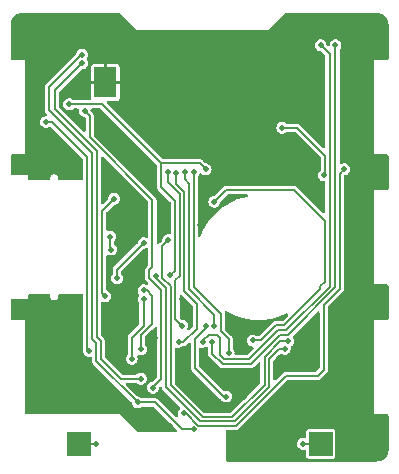
<source format=gbr>
%TF.GenerationSoftware,KiCad,Pcbnew,7.0.1*%
%TF.CreationDate,2024-08-17T13:05:23+01:00*%
%TF.ProjectId,Hardware,48617264-7761-4726-952e-6b696361645f,rev?*%
%TF.SameCoordinates,Original*%
%TF.FileFunction,Copper,L1,Top*%
%TF.FilePolarity,Positive*%
%FSLAX46Y46*%
G04 Gerber Fmt 4.6, Leading zero omitted, Abs format (unit mm)*
G04 Created by KiCad (PCBNEW 7.0.1) date 2024-08-17 13:05:23*
%MOMM*%
%LPD*%
G01*
G04 APERTURE LIST*
%TA.AperFunction,SMDPad,CuDef*%
%ADD10R,2.000000X2.000000*%
%TD*%
%TA.AperFunction,ComponentPad*%
%ADD11C,0.600000*%
%TD*%
%TA.AperFunction,SMDPad,CuDef*%
%ADD12R,1.950000X2.600000*%
%TD*%
%TA.AperFunction,ViaPad*%
%ADD13C,0.500000*%
%TD*%
%TA.AperFunction,Conductor*%
%ADD14C,0.200000*%
%TD*%
G04 APERTURE END LIST*
D10*
%TO.P,J7,1,Pin_1*%
%TO.N,Net-(J7-Pin_1)*%
X123500000Y-104500000D03*
%TD*%
%TO.P,J6,1,Pin_1*%
%TO.N,+3V3*%
X103000000Y-104500000D03*
%TD*%
D11*
%TO.P,U3,13,PAD*%
%TO.N,GND*%
X105750000Y-73000000D03*
X104750000Y-73000000D03*
X105750000Y-73900000D03*
D12*
X105250000Y-73900000D03*
D11*
X104750000Y-73900000D03*
X105750000Y-74800000D03*
X104750000Y-74800000D03*
%TD*%
D13*
%TO.N,+3V3*%
X113750000Y-81250000D03*
X104500000Y-104500000D03*
X110775000Y-90205000D03*
X102200500Y-75750000D03*
%TO.N,GND*%
X110250000Y-86000000D03*
X107250000Y-85250000D03*
X124500000Y-93000000D03*
X127549502Y-100000000D03*
X108500000Y-77000000D03*
X121000000Y-73500000D03*
X123750000Y-100000000D03*
X110250000Y-73750000D03*
X108500000Y-74500000D03*
X100250000Y-94000000D03*
X112750000Y-77000000D03*
X117250000Y-104750000D03*
X116500000Y-77250000D03*
X114250000Y-77500000D03*
X121500000Y-95500000D03*
X107750000Y-76000000D03*
X103000000Y-80750000D03*
X119000000Y-74500000D03*
X110750000Y-71500000D03*
X110750000Y-74750000D03*
X100750000Y-96750000D03*
X119500000Y-104750000D03*
X121250000Y-96500000D03*
X102500000Y-99000000D03*
X127500000Y-80250000D03*
X125750000Y-83000000D03*
X125750000Y-98000000D03*
X100750000Y-71750000D03*
X115500000Y-99750000D03*
X121000000Y-104750000D03*
X113500000Y-83250000D03*
X109000000Y-73250000D03*
X109250000Y-71750000D03*
X126500000Y-94000000D03*
X125750000Y-88250000D03*
X125500000Y-104000000D03*
X107250000Y-81000000D03*
X118000000Y-104750000D03*
X107250000Y-69250000D03*
X113250000Y-70500000D03*
X119500000Y-104000000D03*
X127750000Y-101250000D03*
X104500000Y-70250000D03*
X126000000Y-93250000D03*
X116250000Y-104000000D03*
X126000000Y-77250000D03*
X108500000Y-70250000D03*
X125750000Y-75750000D03*
X127500000Y-94000000D03*
X120250000Y-80750000D03*
X118750000Y-104000000D03*
X105750000Y-91000000D03*
X113250000Y-74000000D03*
X121500000Y-68250000D03*
X108750000Y-82000000D03*
X117750000Y-72500000D03*
X107000000Y-73500000D03*
X111500000Y-78750000D03*
X105250000Y-81000000D03*
X127250000Y-81750000D03*
X125857000Y-72136000D03*
X123000000Y-97000000D03*
X102799500Y-76763556D03*
X115250000Y-70250000D03*
X110250000Y-79500000D03*
X125250000Y-94000000D03*
X117250000Y-95250000D03*
X105500000Y-100750000D03*
X108500000Y-88750000D03*
X128250000Y-81000000D03*
X106500000Y-88000000D03*
X99000000Y-81500000D03*
X127000000Y-83000000D03*
X126750000Y-102500000D03*
X101000000Y-98750000D03*
X116000000Y-79250000D03*
X103500000Y-101250000D03*
X115000000Y-78250000D03*
X107000000Y-74250000D03*
X123250000Y-102500000D03*
X118500000Y-80000000D03*
X121750000Y-74250000D03*
X108000000Y-73750000D03*
X103500000Y-73500000D03*
X121000000Y-105500000D03*
X122000000Y-73250000D03*
X116250000Y-74500000D03*
X125750000Y-80000000D03*
X128250000Y-82250000D03*
X113299500Y-86000000D03*
X114750000Y-74250000D03*
X109250000Y-81500000D03*
X113750000Y-79000000D03*
X105500000Y-95000000D03*
X122000000Y-102250000D03*
X107500000Y-75000000D03*
X121750000Y-103250000D03*
X109750000Y-77000000D03*
X103000000Y-81750000D03*
X123250000Y-101250000D03*
X127381000Y-72136000D03*
X107250000Y-79000000D03*
X115750000Y-75500000D03*
X126000000Y-68250000D03*
X109500000Y-75750000D03*
X109750000Y-74750000D03*
X108500000Y-89500000D03*
X117000000Y-70500000D03*
X112500000Y-78250000D03*
X115750000Y-71750000D03*
X119500000Y-105500000D03*
X109250000Y-102750000D03*
X106500000Y-92750000D03*
X128000000Y-92000000D03*
X117250000Y-105500000D03*
X103000000Y-100750000D03*
X110000000Y-70250000D03*
X97750000Y-80750000D03*
X121285000Y-71501000D03*
X102750000Y-96500000D03*
X110000000Y-72500000D03*
X120250000Y-104000000D03*
X113250000Y-75500000D03*
X119250000Y-73000000D03*
X123250000Y-73000000D03*
X123000000Y-99500000D03*
X125250000Y-97000000D03*
X126750000Y-104000000D03*
X118000000Y-105500000D03*
X121500000Y-81000000D03*
X107500000Y-83000000D03*
X121000000Y-99500000D03*
X121000000Y-100500000D03*
X117750000Y-74000000D03*
X111500000Y-70000000D03*
X124500000Y-98000000D03*
X117500000Y-75500000D03*
X118500000Y-70250000D03*
X123500000Y-74000000D03*
X112000000Y-74250000D03*
X128000000Y-104000000D03*
X124500000Y-68250000D03*
X103250000Y-77500000D03*
X119750500Y-101250000D03*
X119750000Y-102000000D03*
X115750000Y-83750000D03*
X99750000Y-71750000D03*
X117000000Y-100500000D03*
X122500000Y-72250000D03*
X114250000Y-71500000D03*
X97750000Y-93250000D03*
X105750000Y-68750000D03*
X110736444Y-103013556D03*
X105750000Y-93750000D03*
X125750000Y-87000000D03*
X117250000Y-104000000D03*
X108000000Y-79750000D03*
X112500000Y-71750000D03*
X125750000Y-85750000D03*
X123000000Y-77500000D03*
X108250000Y-72500000D03*
X123500000Y-75500000D03*
X111500000Y-73000000D03*
X113250000Y-73000000D03*
X121500000Y-70500000D03*
X111000000Y-101500000D03*
X108500000Y-75500000D03*
X125250000Y-92250000D03*
X115750000Y-73000000D03*
X122500000Y-76500000D03*
X106750000Y-95000000D03*
X107750000Y-92750000D03*
X106250000Y-96000000D03*
X101750000Y-71750000D03*
X127500000Y-68250000D03*
X114750000Y-76000000D03*
X104250000Y-68500000D03*
X118000000Y-104000000D03*
X118500000Y-81000000D03*
X101000000Y-70000000D03*
X99000000Y-92500000D03*
X111500000Y-75500000D03*
X106000000Y-92000000D03*
X127549502Y-95750000D03*
X114750000Y-72500000D03*
X99000000Y-94000000D03*
X106250000Y-101500000D03*
X118750000Y-104750000D03*
X109450500Y-95500000D03*
X113500000Y-82500000D03*
X111750000Y-71000000D03*
X125000000Y-102500000D03*
X117000000Y-80500000D03*
X121500000Y-75500000D03*
X115250000Y-77250000D03*
X125750000Y-91000000D03*
X99000000Y-80000000D03*
X119000000Y-71500000D03*
X101250000Y-80000000D03*
X103250000Y-97250000D03*
X127000000Y-92750000D03*
X120000000Y-97250000D03*
X118750000Y-105500000D03*
X108500000Y-102750000D03*
X110500000Y-77750000D03*
X127500000Y-91000000D03*
X102000000Y-94000000D03*
X107250000Y-76750000D03*
X123000000Y-68250000D03*
X101750000Y-97250000D03*
X123250000Y-81000000D03*
X103500000Y-74250000D03*
X128250000Y-102500000D03*
X120250000Y-104750000D03*
X108000000Y-85250000D03*
X107750000Y-71500000D03*
X111250000Y-77000000D03*
X103000000Y-95000000D03*
X128250000Y-93250000D03*
X101250000Y-68500000D03*
X122250000Y-98000000D03*
X118500000Y-77000000D03*
X121250000Y-72500000D03*
X97750000Y-71750000D03*
X108000000Y-99750000D03*
X101750000Y-99250000D03*
X108750000Y-80500000D03*
X120250000Y-105500000D03*
X111750000Y-92250000D03*
X112450500Y-94000000D03*
%TO.N,VBUS*%
X117750000Y-95749500D03*
X106250000Y-90500000D03*
X114500000Y-84000000D03*
X108500000Y-87500000D03*
%TO.N,/USB_DP*%
X110600500Y-87250000D03*
X120750000Y-95821149D03*
%TO.N,/USB_DN*%
X109527112Y-90250000D03*
X120452819Y-96454383D03*
%TO.N,/LCD_SCLK*%
X110553229Y-81483430D03*
X111750000Y-94500000D03*
%TO.N,/LCD_SDI*%
X111468750Y-95874502D03*
X111250000Y-81545188D03*
%TO.N,/LCD_CS*%
X112001892Y-81500843D03*
X114500000Y-94500000D03*
%TO.N,/LCD_REFRESH*%
X115693955Y-96800500D03*
X112750000Y-81500000D03*
%TO.N,Net-(J1-D--PadA7)*%
X105673389Y-86950500D03*
X105750000Y-88049500D03*
%TO.N,/SWDCLK*%
X124750000Y-70750000D03*
X114332037Y-95870498D03*
%TO.N,/SWDIO*%
X113500000Y-95870498D03*
X123500000Y-70750000D03*
%TO.N,/SW_LIGHT*%
X103875000Y-96625000D03*
X100250000Y-77250000D03*
%TO.N,Net-(J7-Pin_1)*%
X122000000Y-104500000D03*
%TO.N,/AUX_EN*%
X120250000Y-77750000D03*
X125500000Y-81250000D03*
X111903413Y-101925499D03*
X123750000Y-81750000D03*
%TO.N,/FG_SDA*%
X103299500Y-72263479D03*
X108263556Y-98986444D03*
%TO.N,/FG_SCL*%
X103299500Y-71563976D03*
X108000000Y-101000000D03*
X112740743Y-103257805D03*
%TO.N,/IMU_SCL*%
X113750000Y-94500000D03*
X115500000Y-100500000D03*
%TO.N,/FG_INT*%
X103500000Y-76299500D03*
X109299500Y-99750000D03*
%TO.N,/IMU_INT2*%
X107500000Y-97299500D03*
X108500000Y-92250000D03*
%TO.N,/IMU_INT1*%
X108500000Y-91500000D03*
X108273806Y-96496694D03*
%TO.N,Net-(#FLG06-pwr)*%
X106000000Y-83750000D03*
X105250000Y-92000000D03*
%TD*%
D14*
%TO.N,+3V3*%
X110000000Y-80750000D02*
X105000000Y-75750000D01*
X110000000Y-82750000D02*
X110000000Y-80750000D01*
X105000000Y-75750000D02*
X102200500Y-75750000D01*
X104500000Y-104500000D02*
X103000000Y-104500000D01*
X111150000Y-89830000D02*
X111150000Y-83900000D01*
X113250000Y-80750000D02*
X110000000Y-80750000D01*
X111150000Y-83900000D02*
X110000000Y-82750000D01*
X113750000Y-81250000D02*
X113250000Y-80750000D01*
X110775000Y-90205000D02*
X111150000Y-89830000D01*
%TO.N,VBUS*%
X118434815Y-95749500D02*
X119734315Y-94450000D01*
X123850000Y-85600000D02*
X121250000Y-83000000D01*
X123850000Y-90768628D02*
X123850000Y-85600000D01*
X106250000Y-90500000D02*
X106250000Y-89750000D01*
X121250000Y-83000000D02*
X115500000Y-83000000D01*
X120418628Y-94450000D02*
X123450000Y-91418628D01*
X123450000Y-91418628D02*
X123450000Y-91168628D01*
X119734315Y-94450000D02*
X120418628Y-94450000D01*
X115500000Y-83000000D02*
X114500000Y-84000000D01*
X106250000Y-89750000D02*
X108500000Y-87500000D01*
X123450000Y-91168628D02*
X123850000Y-90768628D01*
X117750000Y-95749500D02*
X118434815Y-95749500D01*
%TO.N,/USB_DP*%
X118750000Y-99500000D02*
X116000000Y-102250000D01*
X110800000Y-91169336D02*
X110077112Y-90446446D01*
X118750000Y-97131372D02*
X118750000Y-99500000D01*
X110800000Y-99550000D02*
X110800000Y-91169336D01*
X110077112Y-90446446D02*
X110077112Y-87773388D01*
X113500000Y-102250000D02*
X110800000Y-99550000D01*
X120750000Y-95821149D02*
X120060223Y-95821149D01*
X116000000Y-102250000D02*
X113500000Y-102250000D01*
X120060223Y-95821149D02*
X118750000Y-97131372D01*
X110077112Y-87773388D02*
X110600500Y-87250000D01*
%TO.N,/USB_DN*%
X116215686Y-102600000D02*
X113284314Y-102600000D01*
X119150000Y-99665686D02*
X116215686Y-102600000D01*
X110400000Y-99715686D02*
X110400000Y-91335021D01*
X119150000Y-97297058D02*
X119150000Y-99665686D01*
X113284314Y-102600000D02*
X110400000Y-99715686D01*
X109527112Y-90462132D02*
X109527112Y-90250000D01*
X110400000Y-91335021D02*
X109527112Y-90462132D01*
X119992675Y-96454383D02*
X119150000Y-97297058D01*
X120452819Y-96454383D02*
X119992675Y-96454383D01*
%TO.N,/LCD_SCLK*%
X110553229Y-82368915D02*
X110553229Y-81483430D01*
X111750000Y-94500000D02*
X111200000Y-93950000D01*
X111550000Y-83365686D02*
X110553229Y-82368915D01*
X111200000Y-93950000D02*
X111200000Y-90600000D01*
X111550000Y-90250000D02*
X111550000Y-83365686D01*
X111200000Y-90600000D02*
X111550000Y-90250000D01*
%TO.N,/LCD_SDI*%
X111950000Y-83200000D02*
X111250000Y-82500000D01*
X113000000Y-92631372D02*
X111950000Y-91581372D01*
X111250000Y-82500000D02*
X111250000Y-81545188D01*
X111875498Y-95874502D02*
X113000000Y-94750000D01*
X111950000Y-91581372D02*
X111950000Y-83200000D01*
X111468750Y-95874502D02*
X111875498Y-95874502D01*
X113000000Y-94750000D02*
X113000000Y-92631372D01*
%TO.N,/LCD_CS*%
X112001892Y-82120520D02*
X112001892Y-81500843D01*
X114500000Y-94500000D02*
X114500000Y-93565686D01*
X114500000Y-93565686D02*
X112350000Y-91415686D01*
X112350000Y-91415686D02*
X112350000Y-82468628D01*
X112350000Y-82468628D02*
X112001892Y-82120520D01*
%TO.N,/LCD_REFRESH*%
X115050000Y-94984314D02*
X115050000Y-93550000D01*
X112750000Y-91250000D02*
X112750000Y-82750000D01*
X115693955Y-95628269D02*
X115050000Y-94984314D01*
X112750000Y-81500000D02*
X112750000Y-82850002D01*
X115050000Y-93550000D02*
X112750000Y-91250000D01*
X115693955Y-96800500D02*
X115693955Y-95628269D01*
%TO.N,Net-(J1-D--PadA7)*%
X105750000Y-88049500D02*
X105673389Y-87972889D01*
X105673389Y-87972889D02*
X105673389Y-86950500D01*
%TO.N,/SWDCLK*%
X120750000Y-95250000D02*
X120065686Y-95250000D01*
X120065686Y-95250000D02*
X117565686Y-97750000D01*
X124750000Y-91250000D02*
X120750000Y-95250000D01*
X115184314Y-97750000D02*
X114332037Y-96897723D01*
X117565686Y-97750000D02*
X115184314Y-97750000D01*
X114332037Y-96897723D02*
X114332037Y-95870498D01*
X124750000Y-70750000D02*
X124750000Y-91250000D01*
%TO.N,/SWDIO*%
X123500000Y-70750000D02*
X124250000Y-71500000D01*
X114750000Y-95250000D02*
X114000000Y-95250000D01*
X115000000Y-97000000D02*
X115000000Y-95500000D01*
X115350000Y-97350000D02*
X115000000Y-97000000D01*
X113500000Y-95750000D02*
X113500000Y-95870498D01*
X120584314Y-94850000D02*
X119900000Y-94850000D01*
X117400000Y-97350000D02*
X115350000Y-97350000D01*
X114000000Y-95250000D02*
X113500000Y-95750000D01*
X115000000Y-95500000D02*
X114750000Y-95250000D01*
X119900000Y-94850000D02*
X117400000Y-97350000D01*
X124250000Y-71500000D02*
X124250000Y-91184314D01*
X124250000Y-91184314D02*
X120584314Y-94850000D01*
%TO.N,/SW_LIGHT*%
X103750000Y-80250000D02*
X103750000Y-96500000D01*
X103750000Y-96500000D02*
X103875000Y-96625000D01*
X100250000Y-77250000D02*
X100750000Y-77250000D01*
X100750000Y-77250000D02*
X103750000Y-80250000D01*
%TO.N,Net-(J7-Pin_1)*%
X122000000Y-104500000D02*
X123500000Y-104500000D01*
%TO.N,/AUX_EN*%
X116360660Y-102950000D02*
X120560660Y-98750000D01*
X123900000Y-81600000D02*
X123750000Y-81750000D01*
X123900000Y-80150000D02*
X123900000Y-81600000D01*
X112114839Y-101925499D02*
X113139340Y-102950000D01*
X123250000Y-98750000D02*
X123750000Y-98250000D01*
X125100000Y-81650000D02*
X125500000Y-81250000D01*
X120560660Y-98750000D02*
X123250000Y-98750000D01*
X123750000Y-92750000D02*
X125100000Y-91400000D01*
X123750000Y-98250000D02*
X123750000Y-92750000D01*
X120250000Y-77750000D02*
X121500000Y-77750000D01*
X113139340Y-102950000D02*
X116360660Y-102950000D01*
X121500000Y-77750000D02*
X123900000Y-80150000D01*
X111903413Y-101925499D02*
X112114839Y-101925499D01*
X125100000Y-91400000D02*
X125100000Y-81650000D01*
%TO.N,/FG_SDA*%
X108263556Y-98986444D02*
X106552130Y-98986444D01*
X106552130Y-98986444D02*
X104900000Y-97334314D01*
X104550000Y-95484314D02*
X104550000Y-79734314D01*
X104900000Y-95834314D02*
X104550000Y-95484314D01*
X104900000Y-97334314D02*
X104900000Y-95834314D01*
X104550000Y-79734314D02*
X101000000Y-76184314D01*
X101000000Y-76184314D02*
X101000000Y-74562979D01*
X101000000Y-74562979D02*
X103299500Y-72263479D01*
%TO.N,/FG_SCL*%
X104150000Y-95650000D02*
X104150000Y-79900000D01*
X112740743Y-103257805D02*
X111757805Y-103257805D01*
X103221185Y-71563976D02*
X103299500Y-71563976D01*
X111757805Y-103257805D02*
X109500000Y-101000000D01*
X100500000Y-76250000D02*
X100500000Y-74285161D01*
X104150000Y-79900000D02*
X100500000Y-76250000D01*
X104500000Y-97500000D02*
X104500000Y-96000000D01*
X109500000Y-101000000D02*
X108000000Y-101000000D01*
X100500000Y-74285161D02*
X103221185Y-71563976D01*
X108000000Y-101000000D02*
X104500000Y-97500000D01*
X104500000Y-96000000D02*
X104150000Y-95650000D01*
%TO.N,/IMU_SCL*%
X112845342Y-95595343D02*
X113750000Y-94690685D01*
X115292893Y-100500000D02*
X112845342Y-98052449D01*
X113750000Y-94690685D02*
X113750000Y-94500000D01*
X112845342Y-98052449D02*
X112845342Y-95595343D01*
X115500000Y-100500000D02*
X115292893Y-100500000D01*
%TO.N,/FG_INT*%
X103940686Y-76740186D02*
X103500000Y-76299500D01*
X110000000Y-91500706D02*
X108977112Y-90477818D01*
X109299500Y-99750000D02*
X109299500Y-99700500D01*
X109299500Y-99700500D02*
X110000000Y-99000000D01*
X110000000Y-99000000D02*
X110000000Y-91500706D01*
X109250000Y-89500000D02*
X109250000Y-83868628D01*
X103940686Y-78559314D02*
X103940686Y-76740186D01*
X109250000Y-83868628D02*
X103940686Y-78559314D01*
X108977112Y-90477818D02*
X108977112Y-89772888D01*
X108977112Y-89772888D02*
X109250000Y-89500000D01*
%TO.N,/IMU_INT2*%
X108500000Y-94500000D02*
X108500000Y-92250000D01*
X107500000Y-97299500D02*
X107500000Y-95500000D01*
X107500000Y-95500000D02*
X108500000Y-94500000D01*
%TO.N,/IMU_INT1*%
X108273806Y-96496694D02*
X108273806Y-95291880D01*
X108750353Y-91500000D02*
X108500000Y-91500000D01*
X109250000Y-94315686D02*
X109250000Y-91999647D01*
X108273806Y-95291880D02*
X109250000Y-94315686D01*
X109250000Y-91999647D02*
X108750353Y-91500000D01*
%TO.N,Net-(#FLG06-pwr)*%
X105000000Y-84750000D02*
X106000000Y-83750000D01*
X105250000Y-92000000D02*
X105000000Y-91750000D01*
X105000000Y-91750000D02*
X105000000Y-84750000D01*
%TD*%
%TA.AperFunction,Conductor*%
%TO.N,GND*%
G36*
X106495883Y-68009939D02*
G01*
X106536111Y-68036819D01*
X107982196Y-69482903D01*
X107982430Y-69483252D01*
X107999616Y-69500381D01*
X107999617Y-69500383D01*
X107999901Y-69500500D01*
X108000000Y-69500541D01*
X108024554Y-69500541D01*
X108024760Y-69500500D01*
X118975145Y-69500500D01*
X118975334Y-69500538D01*
X118999999Y-69500541D01*
X119000000Y-69500542D01*
X119000000Y-69500541D01*
X119000002Y-69500542D01*
X119000980Y-69500141D01*
X119002654Y-69499464D01*
X119008831Y-69491934D01*
X119018147Y-69482618D01*
X119018260Y-69482446D01*
X120463887Y-68036819D01*
X120504116Y-68009939D01*
X120551569Y-68000500D01*
X128244587Y-68000500D01*
X128255392Y-68000972D01*
X128267433Y-68002025D01*
X128294880Y-68004426D01*
X128295961Y-68004526D01*
X128421776Y-68016918D01*
X128441685Y-68020541D01*
X128506467Y-68037899D01*
X128510203Y-68038966D01*
X128601570Y-68066682D01*
X128617959Y-68072952D01*
X128683867Y-68103686D01*
X128689867Y-68106685D01*
X128732639Y-68129548D01*
X128769046Y-68149008D01*
X128781715Y-68156791D01*
X128842889Y-68199625D01*
X128850430Y-68205346D01*
X128918455Y-68261172D01*
X128927472Y-68269345D01*
X128980653Y-68322526D01*
X128988826Y-68331543D01*
X129044652Y-68399568D01*
X129050373Y-68407109D01*
X129093207Y-68468283D01*
X129100990Y-68480952D01*
X129143304Y-68560114D01*
X129146328Y-68566163D01*
X129177041Y-68632027D01*
X129183319Y-68648436D01*
X129211008Y-68739713D01*
X129212123Y-68743616D01*
X129229454Y-68808298D01*
X129233082Y-68828238D01*
X129245456Y-68953882D01*
X129245581Y-68955223D01*
X129249028Y-68994604D01*
X129249500Y-69005416D01*
X129249500Y-71875500D01*
X129232887Y-71937500D01*
X129187500Y-71982887D01*
X129125500Y-71999500D01*
X128024760Y-71999500D01*
X128024554Y-71999459D01*
X127999998Y-71999459D01*
X127999807Y-71999538D01*
X127999619Y-71999615D01*
X127999615Y-71999618D01*
X127999459Y-71999999D01*
X127999476Y-72024616D01*
X127999471Y-72024616D01*
X127999500Y-72024760D01*
X127999500Y-79975240D01*
X127999459Y-79975446D01*
X127999459Y-80000000D01*
X127999500Y-80000099D01*
X127999617Y-80000383D01*
X127999618Y-80000384D01*
X127999808Y-80000461D01*
X128000000Y-80000541D01*
X128000002Y-80000539D01*
X128024616Y-80000524D01*
X128024616Y-80000528D01*
X128024760Y-80000500D01*
X129125500Y-80000500D01*
X129187500Y-80017113D01*
X129232887Y-80062500D01*
X129249500Y-80124500D01*
X129249500Y-82875500D01*
X129232887Y-82937500D01*
X129187500Y-82982887D01*
X129125500Y-82999500D01*
X128024760Y-82999500D01*
X128024554Y-82999459D01*
X127999998Y-82999459D01*
X127999807Y-82999538D01*
X127999619Y-82999615D01*
X127999615Y-82999618D01*
X127999459Y-82999999D01*
X127999476Y-83024616D01*
X127999471Y-83024616D01*
X127999500Y-83024760D01*
X127999500Y-90975240D01*
X127999459Y-90975446D01*
X127999459Y-91000000D01*
X127999500Y-91000099D01*
X127999617Y-91000383D01*
X127999618Y-91000384D01*
X127999808Y-91000461D01*
X128000000Y-91000541D01*
X128000002Y-91000539D01*
X128024616Y-91000524D01*
X128024616Y-91000528D01*
X128024760Y-91000500D01*
X129125500Y-91000500D01*
X129187500Y-91017113D01*
X129232887Y-91062500D01*
X129249500Y-91124500D01*
X129249500Y-93875500D01*
X129232887Y-93937500D01*
X129187500Y-93982887D01*
X129125500Y-93999500D01*
X128024760Y-93999500D01*
X128024554Y-93999459D01*
X127999998Y-93999459D01*
X127999807Y-93999538D01*
X127999619Y-93999615D01*
X127999615Y-93999618D01*
X127999459Y-93999999D01*
X127999476Y-94024616D01*
X127999471Y-94024616D01*
X127999500Y-94024760D01*
X127999500Y-101975240D01*
X127999459Y-101975446D01*
X127999459Y-102000000D01*
X127999500Y-102000099D01*
X127999616Y-102000382D01*
X127999617Y-102000383D01*
X127999618Y-102000384D01*
X127999808Y-102000462D01*
X128000000Y-102000541D01*
X128000002Y-102000539D01*
X128024616Y-102000524D01*
X128024616Y-102000528D01*
X128024760Y-102000500D01*
X129125500Y-102000500D01*
X129187500Y-102017113D01*
X129232887Y-102062500D01*
X129249500Y-102124500D01*
X129249500Y-104994584D01*
X129249028Y-105005397D01*
X129245581Y-105044776D01*
X129245456Y-105046116D01*
X129233082Y-105171760D01*
X129229454Y-105191700D01*
X129212123Y-105256382D01*
X129211008Y-105260285D01*
X129183319Y-105351562D01*
X129177041Y-105367971D01*
X129146328Y-105433835D01*
X129143304Y-105439884D01*
X129100990Y-105519046D01*
X129093207Y-105531715D01*
X129050373Y-105592889D01*
X129044652Y-105600430D01*
X128988826Y-105668455D01*
X128980653Y-105677472D01*
X128927472Y-105730653D01*
X128918455Y-105738826D01*
X128850430Y-105794652D01*
X128842889Y-105800373D01*
X128781715Y-105843207D01*
X128769046Y-105850990D01*
X128689884Y-105893304D01*
X128683835Y-105896328D01*
X128617971Y-105927041D01*
X128601562Y-105933319D01*
X128510285Y-105961008D01*
X128506382Y-105962123D01*
X128441700Y-105979454D01*
X128421760Y-105983082D01*
X128296116Y-105995456D01*
X128294776Y-105995581D01*
X128259760Y-105998646D01*
X128255392Y-105999028D01*
X128244584Y-105999500D01*
X115624000Y-105999500D01*
X115562000Y-105982887D01*
X115516613Y-105937500D01*
X115500000Y-105875500D01*
X115500000Y-104499999D01*
X121494353Y-104499999D01*
X121514834Y-104642457D01*
X121574623Y-104773374D01*
X121668870Y-104882141D01*
X121668872Y-104882143D01*
X121789947Y-104959953D01*
X121928039Y-105000500D01*
X122071959Y-105000500D01*
X122071961Y-105000500D01*
X122090567Y-104995036D01*
X122147516Y-104991984D01*
X122199810Y-105014747D01*
X122236384Y-105058509D01*
X122249500Y-105114014D01*
X122249500Y-105524675D01*
X122264033Y-105597738D01*
X122264033Y-105597739D01*
X122264034Y-105597740D01*
X122319399Y-105680601D01*
X122402260Y-105735966D01*
X122438793Y-105743233D01*
X122475325Y-105750500D01*
X122475326Y-105750500D01*
X124524674Y-105750500D01*
X124524675Y-105750500D01*
X124549029Y-105745655D01*
X124597740Y-105735966D01*
X124680601Y-105680601D01*
X124735966Y-105597740D01*
X124745655Y-105549029D01*
X124750500Y-105524675D01*
X124750500Y-103475325D01*
X124735966Y-103402261D01*
X124735966Y-103402260D01*
X124680601Y-103319399D01*
X124597740Y-103264034D01*
X124597739Y-103264033D01*
X124597738Y-103264033D01*
X124524675Y-103249500D01*
X124524674Y-103249500D01*
X122475326Y-103249500D01*
X122475325Y-103249500D01*
X122402261Y-103264033D01*
X122319399Y-103319399D01*
X122264033Y-103402261D01*
X122249500Y-103475325D01*
X122249500Y-103885986D01*
X122236384Y-103941491D01*
X122199810Y-103985253D01*
X122147516Y-104008016D01*
X122090567Y-104004963D01*
X122071961Y-103999500D01*
X121928039Y-103999500D01*
X121789947Y-104040047D01*
X121668870Y-104117858D01*
X121574623Y-104226625D01*
X121514834Y-104357542D01*
X121494353Y-104499999D01*
X115500000Y-104499999D01*
X115500000Y-103492304D01*
X115481931Y-103462818D01*
X115477389Y-103405102D01*
X115499544Y-103351615D01*
X115543567Y-103314015D01*
X115599862Y-103300500D01*
X116311448Y-103300500D01*
X116336894Y-103303139D01*
X116338216Y-103303416D01*
X116345975Y-103305043D01*
X116372024Y-103301795D01*
X116374783Y-103301452D01*
X116389455Y-103300541D01*
X116408673Y-103297334D01*
X116413729Y-103296596D01*
X116462053Y-103290573D01*
X116462054Y-103290572D01*
X116469468Y-103289648D01*
X116476038Y-103286092D01*
X116476041Y-103286092D01*
X116518861Y-103262918D01*
X116523407Y-103260577D01*
X116567144Y-103239198D01*
X116567146Y-103239195D01*
X116573855Y-103235916D01*
X116578914Y-103230419D01*
X116578918Y-103230418D01*
X116611914Y-103194572D01*
X116615416Y-103190924D01*
X120669522Y-99136819D01*
X120709751Y-99109939D01*
X120757204Y-99100500D01*
X123200788Y-99100500D01*
X123226234Y-99103139D01*
X123227556Y-99103416D01*
X123235315Y-99105043D01*
X123261364Y-99101795D01*
X123264123Y-99101452D01*
X123278795Y-99100541D01*
X123298013Y-99097334D01*
X123303069Y-99096596D01*
X123351393Y-99090573D01*
X123351394Y-99090572D01*
X123358808Y-99089648D01*
X123365378Y-99086092D01*
X123365381Y-99086092D01*
X123408201Y-99062918D01*
X123412747Y-99060577D01*
X123456484Y-99039198D01*
X123456484Y-99039197D01*
X123463197Y-99035916D01*
X123501231Y-98994598D01*
X123504758Y-98990921D01*
X123963043Y-98532636D01*
X123982895Y-98516515D01*
X123990669Y-98511437D01*
X124008500Y-98488526D01*
X124018227Y-98477513D01*
X124029550Y-98461653D01*
X124032604Y-98457555D01*
X124062517Y-98419126D01*
X124062517Y-98419123D01*
X124067108Y-98413226D01*
X124070252Y-98402668D01*
X124083129Y-98359412D01*
X124084679Y-98354569D01*
X124100500Y-98308488D01*
X124100500Y-98308484D01*
X124102925Y-98301420D01*
X124102616Y-98293955D01*
X124102617Y-98293954D01*
X124100606Y-98245321D01*
X124100500Y-98240198D01*
X124100500Y-92946544D01*
X124109939Y-92899091D01*
X124136819Y-92858863D01*
X124420848Y-92574834D01*
X125313046Y-91682634D01*
X125332903Y-91666510D01*
X125340669Y-91661437D01*
X125358496Y-91638531D01*
X125368232Y-91627507D01*
X125368375Y-91627307D01*
X125379559Y-91611640D01*
X125382607Y-91607552D01*
X125412517Y-91569126D01*
X125412517Y-91569125D01*
X125417105Y-91563231D01*
X125419237Y-91556068D01*
X125419239Y-91556066D01*
X125433142Y-91509363D01*
X125434674Y-91504581D01*
X125450500Y-91458488D01*
X125450500Y-91458486D01*
X125452925Y-91451423D01*
X125452616Y-91443956D01*
X125452617Y-91443954D01*
X125450605Y-91395331D01*
X125450500Y-91390208D01*
X125450500Y-81874500D01*
X125467113Y-81812500D01*
X125512500Y-81767113D01*
X125554919Y-81755746D01*
X125554854Y-81755523D01*
X125571960Y-81750500D01*
X125571961Y-81750500D01*
X125710053Y-81709953D01*
X125831128Y-81632143D01*
X125925377Y-81523373D01*
X125985165Y-81392457D01*
X126005647Y-81250000D01*
X125985165Y-81107543D01*
X125925377Y-80976627D01*
X125925376Y-80976626D01*
X125925376Y-80976625D01*
X125831129Y-80867858D01*
X125831128Y-80867857D01*
X125710053Y-80790047D01*
X125571961Y-80749500D01*
X125428039Y-80749500D01*
X125289947Y-80790047D01*
X125289946Y-80790047D01*
X125272841Y-80795070D01*
X125272789Y-80794894D01*
X125228923Y-80808629D01*
X125165072Y-80793539D01*
X125117858Y-80747981D01*
X125100500Y-80684708D01*
X125100500Y-71156036D01*
X125108318Y-71112703D01*
X125130787Y-71074834D01*
X125175376Y-71023374D01*
X125175375Y-71023374D01*
X125175377Y-71023373D01*
X125235165Y-70892457D01*
X125255647Y-70750000D01*
X125235165Y-70607543D01*
X125175377Y-70476627D01*
X125175376Y-70476626D01*
X125175376Y-70476625D01*
X125081129Y-70367858D01*
X125081128Y-70367857D01*
X124960053Y-70290047D01*
X124821961Y-70249500D01*
X124678039Y-70249500D01*
X124539947Y-70290047D01*
X124418870Y-70367858D01*
X124324623Y-70476625D01*
X124264834Y-70607542D01*
X124248348Y-70722213D01*
X124220758Y-70784083D01*
X124164769Y-70822220D01*
X124097093Y-70825242D01*
X124037929Y-70792247D01*
X124036504Y-70790822D01*
X124013301Y-70758645D01*
X124001447Y-70720788D01*
X123985165Y-70607542D01*
X123925376Y-70476625D01*
X123831129Y-70367858D01*
X123831128Y-70367857D01*
X123710053Y-70290047D01*
X123571961Y-70249500D01*
X123428039Y-70249500D01*
X123289947Y-70290047D01*
X123168870Y-70367858D01*
X123074623Y-70476625D01*
X123014834Y-70607542D01*
X122994353Y-70750000D01*
X123014834Y-70892457D01*
X123074623Y-71023374D01*
X123152027Y-71112703D01*
X123168872Y-71132143D01*
X123289947Y-71209953D01*
X123428039Y-71250500D01*
X123453456Y-71250500D01*
X123500909Y-71259939D01*
X123541137Y-71286819D01*
X123863181Y-71608863D01*
X123890061Y-71649091D01*
X123899500Y-71696544D01*
X123899500Y-79354456D01*
X123885985Y-79410751D01*
X123848385Y-79454774D01*
X123794898Y-79476929D01*
X123737182Y-79472387D01*
X123687819Y-79442137D01*
X121782638Y-77536956D01*
X121766509Y-77517094D01*
X121761437Y-77509330D01*
X121738533Y-77491504D01*
X121727508Y-77481768D01*
X121711653Y-77470448D01*
X121707544Y-77467384D01*
X121663229Y-77432892D01*
X121609409Y-77416869D01*
X121604531Y-77415306D01*
X121551421Y-77397074D01*
X121495332Y-77399394D01*
X121490208Y-77399500D01*
X120665176Y-77399500D01*
X120613660Y-77388293D01*
X120597137Y-77375923D01*
X120596127Y-77377496D01*
X120558020Y-77353007D01*
X120460053Y-77290047D01*
X120321961Y-77249500D01*
X120178039Y-77249500D01*
X120039947Y-77290047D01*
X119918870Y-77367858D01*
X119824623Y-77476625D01*
X119764834Y-77607542D01*
X119744353Y-77750000D01*
X119764834Y-77892457D01*
X119824623Y-78023374D01*
X119899632Y-78109939D01*
X119918872Y-78132143D01*
X120039947Y-78209953D01*
X120178039Y-78250500D01*
X120321961Y-78250500D01*
X120460053Y-78209953D01*
X120581128Y-78132143D01*
X120581127Y-78132143D01*
X120596127Y-78122504D01*
X120597137Y-78124076D01*
X120613660Y-78111707D01*
X120665176Y-78100500D01*
X121303456Y-78100500D01*
X121350909Y-78109939D01*
X121391137Y-78136819D01*
X123513181Y-80258863D01*
X123540061Y-80299091D01*
X123549500Y-80346544D01*
X123549500Y-81216198D01*
X123534332Y-81275625D01*
X123492539Y-81320514D01*
X123418870Y-81367857D01*
X123324623Y-81476625D01*
X123264834Y-81607542D01*
X123244353Y-81750000D01*
X123264834Y-81892457D01*
X123324623Y-82023374D01*
X123396076Y-82105835D01*
X123418872Y-82132143D01*
X123539947Y-82209953D01*
X123678039Y-82250500D01*
X123775500Y-82250500D01*
X123837500Y-82267113D01*
X123882887Y-82312500D01*
X123899500Y-82374500D01*
X123899500Y-84854456D01*
X123885985Y-84910751D01*
X123848385Y-84954774D01*
X123794898Y-84976929D01*
X123737182Y-84972387D01*
X123687819Y-84942137D01*
X121532638Y-82786956D01*
X121516509Y-82767094D01*
X121511437Y-82759330D01*
X121488533Y-82741504D01*
X121477508Y-82731768D01*
X121461653Y-82720448D01*
X121457544Y-82717384D01*
X121413229Y-82682892D01*
X121359409Y-82666869D01*
X121354531Y-82665306D01*
X121301421Y-82647074D01*
X121245332Y-82649394D01*
X121240208Y-82649500D01*
X115549213Y-82649500D01*
X115523767Y-82646861D01*
X115514686Y-82644957D01*
X115485878Y-82648548D01*
X115471205Y-82649458D01*
X115451995Y-82652664D01*
X115446929Y-82653402D01*
X115391192Y-82660351D01*
X115341804Y-82687077D01*
X115337252Y-82689420D01*
X115286802Y-82714084D01*
X115248770Y-82755398D01*
X115245222Y-82759095D01*
X114541137Y-83463181D01*
X114500909Y-83490061D01*
X114453456Y-83499500D01*
X114428039Y-83499500D01*
X114289947Y-83540047D01*
X114168870Y-83617858D01*
X114074623Y-83726625D01*
X114014834Y-83857542D01*
X113994353Y-84000000D01*
X114014834Y-84142457D01*
X114074623Y-84273374D01*
X114144328Y-84353818D01*
X114168872Y-84382143D01*
X114289947Y-84459953D01*
X114428039Y-84500500D01*
X114571961Y-84500500D01*
X114710053Y-84459953D01*
X114831128Y-84382143D01*
X114925377Y-84273373D01*
X114985165Y-84142457D01*
X115001447Y-84029206D01*
X115013300Y-83991354D01*
X115036500Y-83959180D01*
X115608862Y-83386819D01*
X115649091Y-83359939D01*
X115696544Y-83350500D01*
X117214836Y-83350500D01*
X117272891Y-83364930D01*
X117317435Y-83404861D01*
X117338099Y-83461000D01*
X117330075Y-83520282D01*
X117295230Y-83568907D01*
X117241675Y-83595561D01*
X116889774Y-83673575D01*
X116452509Y-83811444D01*
X116028925Y-83986899D01*
X115622254Y-84198599D01*
X115622250Y-84198601D01*
X115622249Y-84198602D01*
X115525969Y-84259939D01*
X115235564Y-84444947D01*
X114871824Y-84724054D01*
X114533798Y-85033798D01*
X114224054Y-85371824D01*
X113944947Y-85735564D01*
X113698599Y-86122254D01*
X113486899Y-86528925D01*
X113339061Y-86885839D01*
X113297385Y-86938704D01*
X113234229Y-86962004D01*
X113168205Y-86948871D01*
X113118773Y-86903176D01*
X113100500Y-86838386D01*
X113100500Y-81906036D01*
X113108318Y-81862703D01*
X113130787Y-81824834D01*
X113175375Y-81773376D01*
X113175375Y-81773374D01*
X113175377Y-81773373D01*
X113221502Y-81672374D01*
X113259982Y-81624623D01*
X113316644Y-81601152D01*
X113377623Y-81607705D01*
X113402351Y-81624872D01*
X113403873Y-81622504D01*
X113418872Y-81632143D01*
X113539947Y-81709953D01*
X113678039Y-81750500D01*
X113821961Y-81750500D01*
X113960053Y-81709953D01*
X114081128Y-81632143D01*
X114175377Y-81523373D01*
X114235165Y-81392457D01*
X114255647Y-81250000D01*
X114235165Y-81107543D01*
X114175377Y-80976627D01*
X114175376Y-80976626D01*
X114175376Y-80976625D01*
X114081129Y-80867858D01*
X114081128Y-80867857D01*
X113960053Y-80790047D01*
X113821961Y-80749500D01*
X113796544Y-80749500D01*
X113749091Y-80740061D01*
X113708863Y-80713181D01*
X113532638Y-80536956D01*
X113516509Y-80517094D01*
X113511437Y-80509330D01*
X113488533Y-80491504D01*
X113477508Y-80481768D01*
X113461653Y-80470448D01*
X113457544Y-80467384D01*
X113413229Y-80432892D01*
X113359409Y-80416869D01*
X113354531Y-80415306D01*
X113301421Y-80397074D01*
X113245332Y-80399394D01*
X113240208Y-80399500D01*
X110196544Y-80399500D01*
X110149091Y-80390061D01*
X110108863Y-80363181D01*
X105407363Y-75661681D01*
X105377113Y-75612318D01*
X105372571Y-75554602D01*
X105394726Y-75501115D01*
X105438749Y-75463515D01*
X105495044Y-75450000D01*
X106249625Y-75450000D01*
X106322543Y-75435495D01*
X106405239Y-75380239D01*
X106460495Y-75297543D01*
X106475000Y-75224625D01*
X106475000Y-74025000D01*
X104025000Y-74025000D01*
X104025000Y-75224623D01*
X104030308Y-75251307D01*
X104028975Y-75305629D01*
X104004545Y-75354164D01*
X103961708Y-75387595D01*
X103908691Y-75399500D01*
X102615676Y-75399500D01*
X102564160Y-75388293D01*
X102547637Y-75375923D01*
X102546627Y-75377496D01*
X102508520Y-75353007D01*
X102410553Y-75290047D01*
X102272461Y-75249500D01*
X102128539Y-75249500D01*
X101990447Y-75290047D01*
X101869370Y-75367858D01*
X101775123Y-75476625D01*
X101715334Y-75607542D01*
X101694853Y-75750000D01*
X101715334Y-75892457D01*
X101775123Y-76023374D01*
X101859010Y-76120185D01*
X101869372Y-76132143D01*
X101990447Y-76209953D01*
X102128539Y-76250500D01*
X102272461Y-76250500D01*
X102410553Y-76209953D01*
X102531628Y-76132143D01*
X102531627Y-76132143D01*
X102546627Y-76122504D01*
X102547637Y-76124076D01*
X102564160Y-76111707D01*
X102615676Y-76100500D01*
X102879861Y-76100500D01*
X102946900Y-76120184D01*
X102992655Y-76172988D01*
X103002599Y-76242146D01*
X102997330Y-76278795D01*
X102994353Y-76299500D01*
X102995596Y-76308145D01*
X103014834Y-76441957D01*
X103074623Y-76572874D01*
X103168870Y-76681641D01*
X103168872Y-76681643D01*
X103289947Y-76759453D01*
X103428039Y-76800000D01*
X103453456Y-76800000D01*
X103500909Y-76809439D01*
X103541137Y-76836319D01*
X103553867Y-76849049D01*
X103580747Y-76889277D01*
X103590186Y-76936730D01*
X103590186Y-77979456D01*
X103576671Y-78035751D01*
X103539071Y-78079774D01*
X103485584Y-78101929D01*
X103427868Y-78097387D01*
X103378505Y-78067137D01*
X101386819Y-76075451D01*
X101359939Y-76035223D01*
X101350500Y-75987770D01*
X101350500Y-74759523D01*
X101359939Y-74712070D01*
X101386819Y-74671842D01*
X102283661Y-73775000D01*
X104025000Y-73775000D01*
X105125000Y-73775000D01*
X105125000Y-72350000D01*
X105375000Y-72350000D01*
X105375000Y-73775000D01*
X106475000Y-73775000D01*
X106475000Y-72575375D01*
X106460495Y-72502456D01*
X106405239Y-72419760D01*
X106322543Y-72364504D01*
X106249625Y-72350000D01*
X105375000Y-72350000D01*
X105125000Y-72350000D01*
X104250375Y-72350000D01*
X104177456Y-72364504D01*
X104094760Y-72419760D01*
X104039504Y-72502456D01*
X104025000Y-72575375D01*
X104025000Y-73775000D01*
X102283661Y-73775000D01*
X103258363Y-72800298D01*
X103298591Y-72773418D01*
X103346044Y-72763979D01*
X103371461Y-72763979D01*
X103509553Y-72723432D01*
X103630628Y-72645622D01*
X103724877Y-72536852D01*
X103784665Y-72405936D01*
X103805147Y-72263479D01*
X103784665Y-72121022D01*
X103740637Y-72024616D01*
X103717471Y-71973889D01*
X103718069Y-71973615D01*
X103702265Y-71942958D01*
X103702266Y-71884489D01*
X103718068Y-71853838D01*
X103717471Y-71853566D01*
X103784665Y-71706433D01*
X103798693Y-71608863D01*
X103805147Y-71563976D01*
X103784665Y-71421519D01*
X103724877Y-71290603D01*
X103724876Y-71290602D01*
X103724876Y-71290601D01*
X103630629Y-71181834D01*
X103630628Y-71181833D01*
X103509553Y-71104023D01*
X103371461Y-71063476D01*
X103227539Y-71063476D01*
X103089447Y-71104023D01*
X102968370Y-71181834D01*
X102874123Y-71290601D01*
X102814334Y-71421521D01*
X102811202Y-71443302D01*
X102799348Y-71481157D01*
X102776146Y-71513332D01*
X100286955Y-74002522D01*
X100267104Y-74018644D01*
X100259332Y-74023722D01*
X100241500Y-74046632D01*
X100231765Y-74057657D01*
X100220441Y-74073518D01*
X100217392Y-74077606D01*
X100200954Y-74098727D01*
X100182891Y-74121934D01*
X100166871Y-74175743D01*
X100165309Y-74180619D01*
X100147074Y-74233738D01*
X100149394Y-74289829D01*
X100149500Y-74294953D01*
X100149500Y-76200788D01*
X100146861Y-76226234D01*
X100144957Y-76235314D01*
X100148548Y-76264123D01*
X100149458Y-76278795D01*
X100152665Y-76298013D01*
X100153403Y-76303078D01*
X100160351Y-76358809D01*
X100187081Y-76408202D01*
X100189421Y-76412747D01*
X100210802Y-76456484D01*
X100210803Y-76456485D01*
X100214084Y-76463196D01*
X100219581Y-76468256D01*
X100219582Y-76468258D01*
X100238223Y-76485418D01*
X100255399Y-76501230D01*
X100259097Y-76504779D01*
X100292137Y-76537819D01*
X100322387Y-76587182D01*
X100326929Y-76644898D01*
X100304774Y-76698385D01*
X100260751Y-76735985D01*
X100204456Y-76749500D01*
X100178039Y-76749500D01*
X100039947Y-76790047D01*
X99918870Y-76867858D01*
X99824623Y-76976625D01*
X99764834Y-77107542D01*
X99744353Y-77250000D01*
X99764834Y-77392457D01*
X99824623Y-77523374D01*
X99897555Y-77607542D01*
X99918872Y-77632143D01*
X100039947Y-77709953D01*
X100178039Y-77750500D01*
X100321961Y-77750500D01*
X100460053Y-77709953D01*
X100530754Y-77664516D01*
X100583067Y-77645710D01*
X100638345Y-77651653D01*
X100685470Y-77681152D01*
X103363181Y-80358863D01*
X103390061Y-80399091D01*
X103399500Y-80446544D01*
X103399500Y-82075500D01*
X103382887Y-82137500D01*
X103337500Y-82182887D01*
X103275500Y-82199500D01*
X101382000Y-82199500D01*
X101320000Y-82182887D01*
X101274613Y-82137500D01*
X101258000Y-82075500D01*
X101258000Y-81948447D01*
X101258000Y-81948446D01*
X101226137Y-81850384D01*
X101165532Y-81766968D01*
X101082116Y-81706363D01*
X100984054Y-81674500D01*
X100880946Y-81674500D01*
X100828990Y-81691382D01*
X100782884Y-81706363D01*
X100699468Y-81766968D01*
X100638863Y-81850384D01*
X100607000Y-81948447D01*
X100607000Y-82075500D01*
X100590387Y-82137500D01*
X100545000Y-82182887D01*
X100483000Y-82199500D01*
X98874500Y-82199500D01*
X98812500Y-82182887D01*
X98767113Y-82137500D01*
X98750500Y-82075500D01*
X98750500Y-81774760D01*
X98750528Y-81774616D01*
X98750524Y-81774616D01*
X98750539Y-81750002D01*
X98750541Y-81750000D01*
X98750462Y-81749808D01*
X98750384Y-81749618D01*
X98750380Y-81749614D01*
X98750194Y-81749538D01*
X98750002Y-81749459D01*
X98725446Y-81749459D01*
X98725240Y-81749500D01*
X97374500Y-81749500D01*
X97312500Y-81732887D01*
X97267113Y-81687500D01*
X97250500Y-81625500D01*
X97250500Y-80124500D01*
X97267113Y-80062500D01*
X97312500Y-80017113D01*
X97374500Y-80000500D01*
X98475240Y-80000500D01*
X98475383Y-80000528D01*
X98475384Y-80000524D01*
X98499997Y-80000539D01*
X98500000Y-80000541D01*
X98500383Y-80000383D01*
X98500500Y-80000099D01*
X98500541Y-80000000D01*
X98500541Y-79975446D01*
X98500500Y-79975240D01*
X98500500Y-72024760D01*
X98500528Y-72024616D01*
X98500524Y-72024616D01*
X98500539Y-72000002D01*
X98500541Y-72000000D01*
X98500461Y-71999808D01*
X98500384Y-71999618D01*
X98500380Y-71999614D01*
X98500194Y-71999538D01*
X98500002Y-71999459D01*
X98475446Y-71999459D01*
X98475240Y-71999500D01*
X97374500Y-71999500D01*
X97312500Y-71982887D01*
X97267113Y-71937500D01*
X97250500Y-71875500D01*
X97250500Y-69005412D01*
X97250972Y-68994605D01*
X97254415Y-68955250D01*
X97254540Y-68953904D01*
X97254542Y-68953882D01*
X97266918Y-68828221D01*
X97270540Y-68808318D01*
X97287908Y-68743498D01*
X97288956Y-68739828D01*
X97316685Y-68648419D01*
X97322948Y-68632049D01*
X97353700Y-68566102D01*
X97356670Y-68560161D01*
X97399012Y-68480944D01*
X97406786Y-68468289D01*
X97449639Y-68407089D01*
X97455330Y-68399587D01*
X97511191Y-68331521D01*
X97519325Y-68322547D01*
X97572547Y-68269325D01*
X97581521Y-68261191D01*
X97649587Y-68205330D01*
X97657089Y-68199639D01*
X97718289Y-68156786D01*
X97730944Y-68149012D01*
X97810161Y-68106670D01*
X97816102Y-68103700D01*
X97882049Y-68072948D01*
X97898419Y-68066685D01*
X97989828Y-68038956D01*
X97993498Y-68037908D01*
X98058318Y-68020540D01*
X98078221Y-68016918D01*
X98203927Y-68004537D01*
X98205204Y-68004419D01*
X98244605Y-68000971D01*
X98255412Y-68000500D01*
X106448430Y-68000500D01*
X106495883Y-68009939D01*
G37*
%TD.AperFunction*%
%TA.AperFunction,Conductor*%
G36*
X100545000Y-91817113D02*
G01*
X100590387Y-91862500D01*
X100607000Y-91924500D01*
X100607000Y-91999500D01*
X100607000Y-92000000D01*
X100607000Y-92051554D01*
X100638863Y-92149616D01*
X100699468Y-92233032D01*
X100782884Y-92293637D01*
X100880946Y-92325500D01*
X100984053Y-92325500D01*
X100984054Y-92325500D01*
X101082116Y-92293637D01*
X101165532Y-92233032D01*
X101226137Y-92149616D01*
X101258000Y-92051554D01*
X101258000Y-92000000D01*
X101258000Y-91999500D01*
X101258000Y-91924500D01*
X101274613Y-91862500D01*
X101320000Y-91817113D01*
X101382000Y-91800500D01*
X103275500Y-91800500D01*
X103337500Y-91817113D01*
X103382887Y-91862500D01*
X103399500Y-91924500D01*
X103399500Y-96434405D01*
X103391408Y-96471599D01*
X103369353Y-96625000D01*
X103389834Y-96767457D01*
X103449623Y-96898374D01*
X103543870Y-97007141D01*
X103543872Y-97007143D01*
X103664947Y-97084953D01*
X103803039Y-97125500D01*
X103946961Y-97125500D01*
X103946962Y-97125500D01*
X103990566Y-97112697D01*
X104047517Y-97109644D01*
X104099811Y-97132407D01*
X104136384Y-97176170D01*
X104149500Y-97231674D01*
X104149500Y-97450788D01*
X104146861Y-97476234D01*
X104144957Y-97485314D01*
X104148548Y-97514123D01*
X104149458Y-97528795D01*
X104152665Y-97548013D01*
X104153403Y-97553078D01*
X104160351Y-97608809D01*
X104187081Y-97658202D01*
X104189421Y-97662747D01*
X104210802Y-97706484D01*
X104210803Y-97706485D01*
X104214084Y-97713196D01*
X104219581Y-97718256D01*
X104219582Y-97718258D01*
X104255399Y-97751230D01*
X104259097Y-97754779D01*
X107463496Y-100959178D01*
X107486699Y-100991355D01*
X107498553Y-101029212D01*
X107514834Y-101142457D01*
X107574623Y-101273374D01*
X107641453Y-101350500D01*
X107668872Y-101382143D01*
X107789947Y-101459953D01*
X107928039Y-101500500D01*
X108071961Y-101500500D01*
X108210053Y-101459953D01*
X108331128Y-101382143D01*
X108331127Y-101382143D01*
X108346127Y-101372504D01*
X108347137Y-101374076D01*
X108363660Y-101361707D01*
X108415176Y-101350500D01*
X109303456Y-101350500D01*
X109350909Y-101359939D01*
X109391137Y-101386819D01*
X111292637Y-103288319D01*
X111322887Y-103337682D01*
X111327429Y-103395398D01*
X111305274Y-103448885D01*
X111261251Y-103486485D01*
X111204956Y-103500000D01*
X108051362Y-103500000D01*
X108003909Y-103490561D01*
X107963681Y-103463681D01*
X106500000Y-102000000D01*
X98624500Y-102000000D01*
X98562500Y-101983387D01*
X98517113Y-101938000D01*
X98500500Y-101876000D01*
X98500500Y-94024760D01*
X98500528Y-94024616D01*
X98500524Y-94024616D01*
X98500539Y-94000002D01*
X98500541Y-94000000D01*
X98500462Y-93999808D01*
X98500384Y-93999618D01*
X98500380Y-93999614D01*
X98500194Y-93999538D01*
X98500002Y-93999459D01*
X98475446Y-93999459D01*
X98475240Y-93999500D01*
X97374500Y-93999500D01*
X97312500Y-93982887D01*
X97267113Y-93937500D01*
X97250500Y-93875500D01*
X97250500Y-92374500D01*
X97267113Y-92312500D01*
X97312500Y-92267113D01*
X97374500Y-92250500D01*
X98725240Y-92250500D01*
X98725383Y-92250528D01*
X98725384Y-92250524D01*
X98749997Y-92250539D01*
X98750000Y-92250541D01*
X98750383Y-92250383D01*
X98750500Y-92250099D01*
X98750541Y-92250000D01*
X98750541Y-92225446D01*
X98750500Y-92225240D01*
X98750500Y-91924500D01*
X98767113Y-91862500D01*
X98812500Y-91817113D01*
X98874500Y-91800500D01*
X100483000Y-91800500D01*
X100545000Y-91817113D01*
G37*
%TD.AperFunction*%
%TA.AperFunction,Conductor*%
G36*
X105062818Y-80196241D02*
G01*
X105112181Y-80226491D01*
X108863181Y-83977490D01*
X108890061Y-84017718D01*
X108899500Y-84065171D01*
X108899500Y-86934708D01*
X108882142Y-86997981D01*
X108834928Y-87043539D01*
X108771077Y-87058629D01*
X108727210Y-87044894D01*
X108727159Y-87045070D01*
X108710053Y-87040047D01*
X108571961Y-86999500D01*
X108428039Y-86999500D01*
X108289947Y-87040047D01*
X108168870Y-87117858D01*
X108074623Y-87226625D01*
X108014834Y-87357542D01*
X107998552Y-87470788D01*
X107986698Y-87508645D01*
X107963495Y-87540821D01*
X106036955Y-89467361D01*
X106017104Y-89483483D01*
X106009332Y-89488561D01*
X105991500Y-89511471D01*
X105981765Y-89522496D01*
X105970441Y-89538357D01*
X105967392Y-89542445D01*
X105952761Y-89561245D01*
X105932891Y-89586773D01*
X105916871Y-89640582D01*
X105915309Y-89645458D01*
X105897074Y-89698577D01*
X105899394Y-89754668D01*
X105899500Y-89759792D01*
X105899500Y-90093964D01*
X105891682Y-90137297D01*
X105869213Y-90175166D01*
X105824623Y-90226625D01*
X105764834Y-90357542D01*
X105744353Y-90500000D01*
X105764834Y-90642457D01*
X105824623Y-90773374D01*
X105847747Y-90800060D01*
X105918872Y-90882143D01*
X106039947Y-90959953D01*
X106178039Y-91000500D01*
X106321961Y-91000500D01*
X106460053Y-90959953D01*
X106581128Y-90882143D01*
X106675377Y-90773373D01*
X106735165Y-90642457D01*
X106755647Y-90500000D01*
X106735165Y-90357543D01*
X106675377Y-90226627D01*
X106675376Y-90226626D01*
X106675376Y-90226625D01*
X106630787Y-90175166D01*
X106608318Y-90137297D01*
X106600500Y-90093964D01*
X106600500Y-89946544D01*
X106609939Y-89899091D01*
X106636819Y-89858863D01*
X108458863Y-88036819D01*
X108499091Y-88009939D01*
X108546544Y-88000500D01*
X108571961Y-88000500D01*
X108710053Y-87959953D01*
X108710053Y-87959952D01*
X108727159Y-87954930D01*
X108727210Y-87955105D01*
X108771077Y-87941371D01*
X108834928Y-87956461D01*
X108882142Y-88002019D01*
X108899500Y-88065292D01*
X108899500Y-89303455D01*
X108890061Y-89350908D01*
X108863180Y-89391137D01*
X108764063Y-89490252D01*
X108744213Y-89506373D01*
X108736444Y-89511449D01*
X108718612Y-89534359D01*
X108708877Y-89545384D01*
X108697553Y-89561245D01*
X108694504Y-89565333D01*
X108682409Y-89580874D01*
X108660003Y-89609661D01*
X108643983Y-89663470D01*
X108642421Y-89668346D01*
X108624186Y-89721465D01*
X108626506Y-89777556D01*
X108626612Y-89782680D01*
X108626612Y-90428606D01*
X108623973Y-90454052D01*
X108622069Y-90463132D01*
X108625660Y-90491941D01*
X108626570Y-90506613D01*
X108629777Y-90525831D01*
X108630515Y-90530896D01*
X108637463Y-90586627D01*
X108664193Y-90636020D01*
X108666533Y-90640565D01*
X108687914Y-90684302D01*
X108687915Y-90684303D01*
X108691196Y-90691014D01*
X108696693Y-90696074D01*
X108696694Y-90696076D01*
X108726107Y-90723153D01*
X108732511Y-90729048D01*
X108736209Y-90732597D01*
X108838802Y-90835190D01*
X108871047Y-90891348D01*
X108870585Y-90956103D01*
X108837541Y-91011795D01*
X108780929Y-91043235D01*
X108716186Y-91041848D01*
X108710053Y-91040047D01*
X108571961Y-90999500D01*
X108428039Y-90999500D01*
X108289947Y-91040047D01*
X108168870Y-91117858D01*
X108074623Y-91226625D01*
X108014834Y-91357542D01*
X107994353Y-91499999D01*
X108014834Y-91642457D01*
X108060211Y-91741816D01*
X108074623Y-91773373D01*
X108092320Y-91793797D01*
X108119111Y-91845764D01*
X108119112Y-91904231D01*
X108092322Y-91956199D01*
X108074623Y-91976625D01*
X108014834Y-92107542D01*
X107994353Y-92250000D01*
X108014834Y-92392457D01*
X108074623Y-92523374D01*
X108119213Y-92574834D01*
X108141682Y-92612703D01*
X108149500Y-92656036D01*
X108149500Y-94303457D01*
X108140061Y-94350910D01*
X108113181Y-94391138D01*
X107286955Y-95217361D01*
X107267104Y-95233483D01*
X107259332Y-95238561D01*
X107241500Y-95261471D01*
X107231765Y-95272496D01*
X107220441Y-95288357D01*
X107217392Y-95292445D01*
X107200954Y-95313566D01*
X107182891Y-95336773D01*
X107166871Y-95390582D01*
X107165309Y-95395458D01*
X107147074Y-95448577D01*
X107149394Y-95504668D01*
X107149500Y-95509792D01*
X107149500Y-96893464D01*
X107141682Y-96936797D01*
X107119213Y-96974666D01*
X107074623Y-97026125D01*
X107014834Y-97157042D01*
X106994353Y-97299499D01*
X107014834Y-97441957D01*
X107074623Y-97572874D01*
X107148560Y-97658202D01*
X107168872Y-97681643D01*
X107289947Y-97759453D01*
X107428039Y-97800000D01*
X107571961Y-97800000D01*
X107710053Y-97759453D01*
X107831128Y-97681643D01*
X107925377Y-97572873D01*
X107985165Y-97441957D01*
X108005647Y-97299500D01*
X107985165Y-97157043D01*
X107985165Y-97157042D01*
X107980099Y-97145949D01*
X107968944Y-97090896D01*
X107983223Y-97036570D01*
X108020008Y-96994119D01*
X108071749Y-96972253D01*
X108127823Y-96975459D01*
X108201845Y-96997194D01*
X108345767Y-96997194D01*
X108483859Y-96956647D01*
X108604934Y-96878837D01*
X108699183Y-96770067D01*
X108758971Y-96639151D01*
X108779453Y-96496694D01*
X108761103Y-96369063D01*
X108758971Y-96354236D01*
X108699182Y-96223319D01*
X108654593Y-96171860D01*
X108632124Y-96133991D01*
X108624306Y-96090658D01*
X108624306Y-95488424D01*
X108633745Y-95440971D01*
X108660625Y-95400743D01*
X109237687Y-94823680D01*
X109437819Y-94623546D01*
X109487182Y-94593297D01*
X109544898Y-94588755D01*
X109598385Y-94610910D01*
X109635985Y-94654933D01*
X109649500Y-94711228D01*
X109649500Y-98803457D01*
X109640061Y-98850910D01*
X109613181Y-98891138D01*
X109288537Y-99215781D01*
X109235791Y-99247077D01*
X109089447Y-99290047D01*
X108968370Y-99367858D01*
X108874123Y-99476625D01*
X108814334Y-99607542D01*
X108793853Y-99749999D01*
X108814334Y-99892457D01*
X108874123Y-100023374D01*
X108955993Y-100117857D01*
X108968372Y-100132143D01*
X109089447Y-100209953D01*
X109227539Y-100250500D01*
X109371461Y-100250500D01*
X109509553Y-100209953D01*
X109630628Y-100132143D01*
X109724877Y-100023373D01*
X109784665Y-99892457D01*
X109805020Y-99750881D01*
X109833678Y-99687751D01*
X109891750Y-99649873D01*
X109961079Y-99649091D01*
X110019990Y-99685650D01*
X110050066Y-99748120D01*
X110052665Y-99763695D01*
X110053403Y-99768764D01*
X110060351Y-99824495D01*
X110087081Y-99873888D01*
X110089421Y-99878433D01*
X110110802Y-99922170D01*
X110110803Y-99922171D01*
X110114084Y-99928882D01*
X110119581Y-99933942D01*
X110119582Y-99933944D01*
X110155399Y-99966916D01*
X110159097Y-99970465D01*
X111564791Y-101376159D01*
X111596087Y-101428905D01*
X111598276Y-101490198D01*
X111570823Y-101545042D01*
X111478036Y-101652124D01*
X111418247Y-101783041D01*
X111397766Y-101925499D01*
X111418247Y-102067956D01*
X111430807Y-102095457D01*
X111440990Y-102162861D01*
X111414007Y-102225462D01*
X111358011Y-102264341D01*
X111289927Y-102267746D01*
X111230332Y-102234650D01*
X109782638Y-100786956D01*
X109766509Y-100767094D01*
X109761437Y-100759330D01*
X109738533Y-100741504D01*
X109727508Y-100731768D01*
X109711653Y-100720448D01*
X109707544Y-100717384D01*
X109663229Y-100682892D01*
X109609409Y-100666869D01*
X109604531Y-100665306D01*
X109551421Y-100647074D01*
X109495332Y-100649394D01*
X109490208Y-100649500D01*
X108415176Y-100649500D01*
X108363660Y-100638293D01*
X108347137Y-100625923D01*
X108346127Y-100627496D01*
X108308020Y-100603007D01*
X108210053Y-100540047D01*
X108071961Y-100499500D01*
X108046544Y-100499500D01*
X107999091Y-100490061D01*
X107958863Y-100463181D01*
X107044307Y-99548625D01*
X107014057Y-99499262D01*
X107009515Y-99441546D01*
X107031670Y-99388059D01*
X107075693Y-99350459D01*
X107131988Y-99336944D01*
X107848380Y-99336944D01*
X107899896Y-99348151D01*
X107916418Y-99360520D01*
X107917429Y-99358948D01*
X107932428Y-99368587D01*
X108053503Y-99446397D01*
X108191595Y-99486944D01*
X108335517Y-99486944D01*
X108473609Y-99446397D01*
X108594684Y-99368587D01*
X108688933Y-99259817D01*
X108748721Y-99128901D01*
X108769203Y-98986444D01*
X108748721Y-98843987D01*
X108730211Y-98803457D01*
X108688932Y-98713069D01*
X108594685Y-98604302D01*
X108594684Y-98604301D01*
X108473609Y-98526491D01*
X108335517Y-98485944D01*
X108191595Y-98485944D01*
X108053503Y-98526491D01*
X107917429Y-98613940D01*
X107916418Y-98612367D01*
X107899896Y-98624737D01*
X107848380Y-98635944D01*
X106748673Y-98635944D01*
X106701220Y-98626505D01*
X106660992Y-98599625D01*
X105286819Y-97225451D01*
X105259939Y-97185223D01*
X105250500Y-97137770D01*
X105250500Y-95883526D01*
X105253139Y-95858080D01*
X105253364Y-95857001D01*
X105255043Y-95848999D01*
X105251452Y-95820191D01*
X105250541Y-95805527D01*
X105250500Y-95805281D01*
X105250500Y-95805274D01*
X105247330Y-95786279D01*
X105246595Y-95781233D01*
X105240573Y-95732921D01*
X105240572Y-95732919D01*
X105239648Y-95725505D01*
X105236092Y-95718934D01*
X105236092Y-95718933D01*
X105212913Y-95676102D01*
X105210579Y-95671567D01*
X105185915Y-95621115D01*
X105144589Y-95583072D01*
X105140891Y-95579524D01*
X104936819Y-95375451D01*
X104909939Y-95335223D01*
X104900500Y-95287770D01*
X104900500Y-92584652D01*
X104913616Y-92529148D01*
X104950189Y-92485385D01*
X105002483Y-92462622D01*
X105059434Y-92465674D01*
X105178039Y-92500500D01*
X105321961Y-92500500D01*
X105460053Y-92459953D01*
X105581128Y-92382143D01*
X105675377Y-92273373D01*
X105735165Y-92142457D01*
X105755647Y-92000000D01*
X105735165Y-91857543D01*
X105733749Y-91854443D01*
X105675376Y-91726625D01*
X105581129Y-91617858D01*
X105581128Y-91617857D01*
X105460053Y-91540047D01*
X105439562Y-91534030D01*
X105393298Y-91508769D01*
X105361706Y-91466567D01*
X105350500Y-91415055D01*
X105350500Y-88614792D01*
X105367858Y-88551519D01*
X105415072Y-88505961D01*
X105478923Y-88490871D01*
X105522789Y-88504605D01*
X105522841Y-88504430D01*
X105539946Y-88509452D01*
X105539947Y-88509453D01*
X105678039Y-88550000D01*
X105821961Y-88550000D01*
X105960053Y-88509453D01*
X106081128Y-88431643D01*
X106175377Y-88322873D01*
X106235165Y-88191957D01*
X106255647Y-88049500D01*
X106235165Y-87907043D01*
X106223793Y-87882143D01*
X106175376Y-87776125D01*
X106081128Y-87667356D01*
X106080849Y-87667177D01*
X106039057Y-87622289D01*
X106023889Y-87562862D01*
X106023889Y-87356536D01*
X106031707Y-87313203D01*
X106054176Y-87275334D01*
X106098765Y-87223874D01*
X106098764Y-87223874D01*
X106098766Y-87223873D01*
X106158554Y-87092957D01*
X106179036Y-86950500D01*
X106158554Y-86808043D01*
X106150335Y-86790047D01*
X106098765Y-86677125D01*
X106004518Y-86568358D01*
X106004517Y-86568357D01*
X105883442Y-86490547D01*
X105745350Y-86450000D01*
X105601428Y-86450000D01*
X105601427Y-86450000D01*
X105509434Y-86477011D01*
X105452483Y-86480064D01*
X105400189Y-86457301D01*
X105363616Y-86413538D01*
X105350500Y-86358034D01*
X105350500Y-84946544D01*
X105359939Y-84899091D01*
X105386819Y-84858863D01*
X105958863Y-84286819D01*
X105999091Y-84259939D01*
X106046544Y-84250500D01*
X106071961Y-84250500D01*
X106210053Y-84209953D01*
X106331128Y-84132143D01*
X106425377Y-84023373D01*
X106485165Y-83892457D01*
X106505647Y-83750000D01*
X106486584Y-83617409D01*
X106485165Y-83607542D01*
X106434908Y-83497497D01*
X106425377Y-83476627D01*
X106425376Y-83476626D01*
X106425376Y-83476625D01*
X106331129Y-83367858D01*
X106331128Y-83367857D01*
X106210053Y-83290047D01*
X106071961Y-83249500D01*
X105928039Y-83249500D01*
X105789947Y-83290047D01*
X105668870Y-83367858D01*
X105574623Y-83476625D01*
X105514834Y-83607542D01*
X105498552Y-83720788D01*
X105486698Y-83758645D01*
X105463495Y-83790821D01*
X105371004Y-83883313D01*
X105199862Y-84054456D01*
X105112181Y-84142137D01*
X105062818Y-84172387D01*
X105005102Y-84176929D01*
X104951615Y-84154774D01*
X104914015Y-84110751D01*
X104900500Y-84054456D01*
X104900500Y-80314172D01*
X104914015Y-80257877D01*
X104951615Y-80213854D01*
X105005102Y-80191699D01*
X105062818Y-80196241D01*
G37*
%TD.AperFunction*%
%TA.AperFunction,Conductor*%
G36*
X112443728Y-95949883D02*
G01*
X112481327Y-95993906D01*
X112494842Y-96050201D01*
X112494842Y-98003237D01*
X112492203Y-98028683D01*
X112490299Y-98037763D01*
X112493890Y-98066572D01*
X112494800Y-98081244D01*
X112498007Y-98100462D01*
X112498745Y-98105527D01*
X112505693Y-98161258D01*
X112532423Y-98210651D01*
X112534763Y-98215196D01*
X112556144Y-98258933D01*
X112556145Y-98258934D01*
X112559426Y-98265645D01*
X112564923Y-98270705D01*
X112564924Y-98270707D01*
X112598287Y-98301420D01*
X112600741Y-98303679D01*
X112604439Y-98307228D01*
X115010252Y-100713040D01*
X115026380Y-100732900D01*
X115031456Y-100740670D01*
X115054366Y-100758501D01*
X115065376Y-100768224D01*
X115065585Y-100768373D01*
X115065587Y-100768375D01*
X115065927Y-100768617D01*
X115087579Y-100788326D01*
X115168872Y-100882143D01*
X115289947Y-100959953D01*
X115428039Y-101000500D01*
X115571961Y-101000500D01*
X115710053Y-100959953D01*
X115831128Y-100882143D01*
X115925377Y-100773373D01*
X115985165Y-100642457D01*
X116005647Y-100500000D01*
X115985165Y-100357543D01*
X115925377Y-100226627D01*
X115925376Y-100226626D01*
X115925376Y-100226625D01*
X115831129Y-100117858D01*
X115831128Y-100117857D01*
X115710053Y-100040047D01*
X115571961Y-99999500D01*
X115428039Y-99999500D01*
X115428038Y-99999500D01*
X115390432Y-100010541D01*
X115324832Y-100011711D01*
X115267819Y-99979244D01*
X113232161Y-97943586D01*
X113205281Y-97903358D01*
X113195842Y-97855905D01*
X113195842Y-96468463D01*
X113208958Y-96412958D01*
X113245532Y-96369196D01*
X113297826Y-96346433D01*
X113354774Y-96349485D01*
X113428039Y-96370998D01*
X113571961Y-96370998D01*
X113710053Y-96330451D01*
X113790498Y-96278751D01*
X113853111Y-96259147D01*
X113916964Y-96274236D01*
X113964179Y-96319795D01*
X113981537Y-96383068D01*
X113981537Y-96848511D01*
X113978898Y-96873957D01*
X113976994Y-96883037D01*
X113980585Y-96911846D01*
X113981495Y-96926518D01*
X113984702Y-96945736D01*
X113985440Y-96950801D01*
X113992388Y-97006532D01*
X114019118Y-97055925D01*
X114021458Y-97060470D01*
X114042839Y-97104207D01*
X114042840Y-97104208D01*
X114046121Y-97110919D01*
X114051618Y-97115979D01*
X114051619Y-97115981D01*
X114075288Y-97137770D01*
X114087436Y-97148953D01*
X114091134Y-97152502D01*
X114901675Y-97963043D01*
X114917803Y-97982903D01*
X114922877Y-97990669D01*
X114945787Y-98008500D01*
X114956810Y-98018235D01*
X114972669Y-98029558D01*
X114976778Y-98032622D01*
X114983385Y-98037764D01*
X115014143Y-98061704D01*
X115021087Y-98067108D01*
X115074907Y-98083131D01*
X115079751Y-98084682D01*
X115125826Y-98100500D01*
X115125829Y-98100500D01*
X115132893Y-98102925D01*
X115140358Y-98102616D01*
X115140360Y-98102617D01*
X115188992Y-98100606D01*
X115194116Y-98100500D01*
X117516474Y-98100500D01*
X117541920Y-98103139D01*
X117543242Y-98103416D01*
X117551001Y-98105043D01*
X117577050Y-98101795D01*
X117579809Y-98101452D01*
X117594481Y-98100541D01*
X117613699Y-98097334D01*
X117618755Y-98096596D01*
X117667079Y-98090573D01*
X117667080Y-98090572D01*
X117674494Y-98089648D01*
X117681064Y-98086092D01*
X117681067Y-98086092D01*
X117723887Y-98062918D01*
X117728433Y-98060577D01*
X117772170Y-98039198D01*
X117772172Y-98039195D01*
X117778881Y-98035916D01*
X117783940Y-98030419D01*
X117783944Y-98030418D01*
X117816940Y-97994572D01*
X117820442Y-97990924D01*
X118093109Y-97718258D01*
X118187819Y-97623549D01*
X118237182Y-97593299D01*
X118294898Y-97588757D01*
X118348385Y-97610912D01*
X118385985Y-97654935D01*
X118399500Y-97711230D01*
X118399500Y-99303456D01*
X118390061Y-99350909D01*
X118363181Y-99391137D01*
X115891137Y-101863181D01*
X115850909Y-101890061D01*
X115803456Y-101899500D01*
X113696543Y-101899500D01*
X113649090Y-101890061D01*
X113608862Y-101863181D01*
X111186819Y-99441137D01*
X111159939Y-99400909D01*
X111150500Y-99353456D01*
X111150500Y-96468330D01*
X111163616Y-96412826D01*
X111200189Y-96369063D01*
X111252483Y-96346300D01*
X111309434Y-96349353D01*
X111396788Y-96375002D01*
X111396789Y-96375002D01*
X111540711Y-96375002D01*
X111678803Y-96334455D01*
X111799878Y-96256645D01*
X111799877Y-96256645D01*
X111813811Y-96247691D01*
X111865514Y-96228958D01*
X111877529Y-96227461D01*
X111889625Y-96225954D01*
X111904293Y-96225043D01*
X111923511Y-96221836D01*
X111928567Y-96221098D01*
X111976891Y-96215075D01*
X111976892Y-96215074D01*
X111984306Y-96214150D01*
X111990876Y-96210594D01*
X111990879Y-96210594D01*
X112033699Y-96187420D01*
X112038245Y-96185079D01*
X112081982Y-96163700D01*
X112081984Y-96163697D01*
X112088693Y-96160418D01*
X112093752Y-96154921D01*
X112093756Y-96154920D01*
X112126753Y-96119074D01*
X112130230Y-96115450D01*
X112283164Y-95962516D01*
X112332524Y-95932270D01*
X112390240Y-95927728D01*
X112443728Y-95949883D01*
G37*
%TD.AperFunction*%
%TA.AperFunction,Conductor*%
G36*
X123348385Y-93295226D02*
G01*
X123385985Y-93339249D01*
X123399500Y-93395544D01*
X123399500Y-98053456D01*
X123390061Y-98100909D01*
X123363181Y-98141137D01*
X123141137Y-98363181D01*
X123100909Y-98390061D01*
X123053456Y-98399500D01*
X120609872Y-98399500D01*
X120584426Y-98396861D01*
X120575345Y-98394957D01*
X120546537Y-98398548D01*
X120531861Y-98399458D01*
X120512621Y-98402668D01*
X120507563Y-98403405D01*
X120451849Y-98410351D01*
X120402473Y-98437072D01*
X120397921Y-98439415D01*
X120347464Y-98464082D01*
X120309440Y-98505387D01*
X120305893Y-98509083D01*
X119712181Y-99102797D01*
X119662818Y-99133047D01*
X119605102Y-99137589D01*
X119551615Y-99115434D01*
X119514015Y-99071411D01*
X119500500Y-99015116D01*
X119500500Y-97493602D01*
X119509939Y-97446149D01*
X119536819Y-97405921D01*
X119643241Y-97299499D01*
X120041612Y-96901126D01*
X120088734Y-96871629D01*
X120144012Y-96865686D01*
X120196328Y-96884492D01*
X120242766Y-96914336D01*
X120380858Y-96954883D01*
X120524780Y-96954883D01*
X120662872Y-96914336D01*
X120783947Y-96836526D01*
X120878196Y-96727756D01*
X120937984Y-96596840D01*
X120958466Y-96454383D01*
X120947134Y-96375567D01*
X120949367Y-96328690D01*
X120968865Y-96285996D01*
X121002832Y-96253609D01*
X121081128Y-96203292D01*
X121175377Y-96094522D01*
X121235165Y-95963606D01*
X121255647Y-95821149D01*
X121235165Y-95678692D01*
X121232960Y-95673864D01*
X121187896Y-95575188D01*
X121175377Y-95547776D01*
X121145375Y-95513152D01*
X121117924Y-95458311D01*
X121120113Y-95397017D01*
X121151407Y-95344273D01*
X123187818Y-93307863D01*
X123237182Y-93277613D01*
X123294898Y-93273071D01*
X123348385Y-93295226D01*
G37*
%TD.AperFunction*%
%TA.AperFunction,Conductor*%
G36*
X115555035Y-93258578D02*
G01*
X115622249Y-93301398D01*
X116028929Y-93513102D01*
X116175373Y-93573761D01*
X116452509Y-93688555D01*
X116452511Y-93688555D01*
X116452512Y-93688556D01*
X116889776Y-93826425D01*
X117337392Y-93925659D01*
X117337395Y-93925659D01*
X117337398Y-93925660D01*
X117791949Y-93985503D01*
X117860051Y-93988476D01*
X118250000Y-94005502D01*
X118655001Y-93987819D01*
X118708050Y-93985503D01*
X119162601Y-93925660D01*
X119162601Y-93925659D01*
X119162608Y-93925659D01*
X119610224Y-93826425D01*
X120047488Y-93688556D01*
X120471071Y-93513102D01*
X120567364Y-93462974D01*
X120635423Y-93449437D01*
X120700103Y-93474589D01*
X120741139Y-93530554D01*
X120745678Y-93599803D01*
X120712298Y-93660646D01*
X120309765Y-94063181D01*
X120269537Y-94090061D01*
X120222084Y-94099500D01*
X119783528Y-94099500D01*
X119758082Y-94096861D01*
X119749001Y-94094957D01*
X119720193Y-94098548D01*
X119705520Y-94099458D01*
X119686310Y-94102664D01*
X119681244Y-94103402D01*
X119625506Y-94110351D01*
X119576119Y-94137076D01*
X119571569Y-94139418D01*
X119521120Y-94164082D01*
X119483095Y-94205387D01*
X119479548Y-94209083D01*
X118325952Y-95362681D01*
X118285724Y-95389561D01*
X118238271Y-95399000D01*
X118165176Y-95399000D01*
X118113660Y-95387793D01*
X118097137Y-95375423D01*
X118096127Y-95376996D01*
X118024359Y-95330874D01*
X117960053Y-95289547D01*
X117821961Y-95249000D01*
X117678039Y-95249000D01*
X117539947Y-95289547D01*
X117418870Y-95367358D01*
X117324623Y-95476125D01*
X117264834Y-95607042D01*
X117244353Y-95749500D01*
X117264834Y-95891957D01*
X117324623Y-96022874D01*
X117408005Y-96119102D01*
X117418872Y-96131643D01*
X117539947Y-96209453D01*
X117678039Y-96250000D01*
X117704956Y-96250000D01*
X117761251Y-96263515D01*
X117805274Y-96301115D01*
X117827429Y-96354602D01*
X117822887Y-96412318D01*
X117792637Y-96461681D01*
X117291137Y-96963181D01*
X117250909Y-96990061D01*
X117203456Y-96999500D01*
X116314094Y-96999500D01*
X116247055Y-96979816D01*
X116201300Y-96927012D01*
X116191356Y-96857854D01*
X116194422Y-96836526D01*
X116199602Y-96800500D01*
X116179120Y-96658043D01*
X116170492Y-96639151D01*
X116119331Y-96527125D01*
X116074742Y-96475666D01*
X116052273Y-96437797D01*
X116044455Y-96394464D01*
X116044455Y-95677481D01*
X116047094Y-95652035D01*
X116047319Y-95650956D01*
X116048998Y-95642954D01*
X116045407Y-95614146D01*
X116044496Y-95599482D01*
X116044455Y-95599236D01*
X116044455Y-95599229D01*
X116041285Y-95580234D01*
X116040550Y-95575188D01*
X116034528Y-95526876D01*
X116034527Y-95526874D01*
X116033603Y-95519460D01*
X116030047Y-95512889D01*
X116030047Y-95512888D01*
X116006880Y-95470080D01*
X116004536Y-95465525D01*
X115979873Y-95415074D01*
X115974373Y-95410011D01*
X115938542Y-95377026D01*
X115934869Y-95373501D01*
X115436819Y-94875451D01*
X115409939Y-94835223D01*
X115400500Y-94787770D01*
X115400500Y-93599207D01*
X115403139Y-93573761D01*
X115403173Y-93573594D01*
X115405042Y-93564685D01*
X115401452Y-93535884D01*
X115400540Y-93521205D01*
X115400500Y-93520965D01*
X115400500Y-93520960D01*
X115397331Y-93501972D01*
X115396594Y-93496915D01*
X115389648Y-93441189D01*
X115379360Y-93422180D01*
X115364472Y-93359347D01*
X115383194Y-93297548D01*
X115430449Y-93253542D01*
X115493423Y-93239261D01*
X115555035Y-93258578D01*
G37*
%TD.AperFunction*%
%TA.AperFunction,Conductor*%
G36*
X111712818Y-91858985D02*
G01*
X111762181Y-91889235D01*
X112613181Y-92740235D01*
X112640061Y-92780463D01*
X112649500Y-92827916D01*
X112649500Y-94553456D01*
X112640061Y-94600909D01*
X112613181Y-94641137D01*
X112404516Y-94849801D01*
X112344920Y-94882898D01*
X112276836Y-94879492D01*
X112220841Y-94840613D01*
X112193858Y-94778012D01*
X112204040Y-94710608D01*
X112235165Y-94642457D01*
X112255647Y-94500000D01*
X112236489Y-94366751D01*
X112235165Y-94357542D01*
X112175376Y-94226625D01*
X112081129Y-94117858D01*
X112081128Y-94117857D01*
X111960053Y-94040047D01*
X111821961Y-93999500D01*
X111796544Y-93999500D01*
X111749091Y-93990061D01*
X111708863Y-93963181D01*
X111586819Y-93841137D01*
X111559939Y-93800909D01*
X111550500Y-93753456D01*
X111550500Y-91976916D01*
X111564015Y-91920621D01*
X111601615Y-91876598D01*
X111655102Y-91854443D01*
X111712818Y-91858985D01*
G37*
%TD.AperFunction*%
%TA.AperFunction,Conductor*%
G36*
X104850909Y-76109939D02*
G01*
X104891137Y-76136819D01*
X109613181Y-80858862D01*
X109640061Y-80899090D01*
X109649500Y-80946543D01*
X109649500Y-82700788D01*
X109646861Y-82726234D01*
X109644957Y-82735314D01*
X109648548Y-82764123D01*
X109649458Y-82778795D01*
X109652665Y-82798013D01*
X109653403Y-82803078D01*
X109660351Y-82858809D01*
X109687081Y-82908202D01*
X109689421Y-82912747D01*
X109710802Y-82956484D01*
X109710803Y-82956485D01*
X109714084Y-82963196D01*
X109719581Y-82968256D01*
X109719582Y-82968258D01*
X109753475Y-82999459D01*
X109755399Y-83001230D01*
X109759097Y-83004779D01*
X110763181Y-84008863D01*
X110790061Y-84049091D01*
X110799500Y-84096544D01*
X110799500Y-86625500D01*
X110782887Y-86687500D01*
X110737500Y-86732887D01*
X110675500Y-86749500D01*
X110528539Y-86749500D01*
X110390447Y-86790047D01*
X110269370Y-86867858D01*
X110175123Y-86976625D01*
X110115334Y-87107542D01*
X110099052Y-87220788D01*
X110087198Y-87258645D01*
X110063995Y-87290821D01*
X109864067Y-87490749D01*
X109844216Y-87506871D01*
X109836445Y-87511948D01*
X109822352Y-87530055D01*
X109774308Y-87567448D01*
X109714259Y-87577467D01*
X109656678Y-87557699D01*
X109615445Y-87512908D01*
X109600500Y-87453891D01*
X109600500Y-83917840D01*
X109603139Y-83892394D01*
X109603364Y-83891315D01*
X109605043Y-83883313D01*
X109601452Y-83854505D01*
X109600541Y-83839841D01*
X109600500Y-83839595D01*
X109600500Y-83839588D01*
X109597330Y-83820593D01*
X109596595Y-83815547D01*
X109593513Y-83790821D01*
X109590573Y-83767235D01*
X109590572Y-83767233D01*
X109589648Y-83759819D01*
X109586092Y-83753248D01*
X109586092Y-83753247D01*
X109562925Y-83710439D01*
X109560581Y-83705884D01*
X109535918Y-83655433D01*
X109530418Y-83650370D01*
X109494587Y-83617385D01*
X109490914Y-83613860D01*
X104327505Y-78450451D01*
X104300625Y-78410223D01*
X104291186Y-78362770D01*
X104291186Y-76789393D01*
X104293825Y-76763947D01*
X104294767Y-76759452D01*
X104295728Y-76754871D01*
X104292138Y-76726070D01*
X104291226Y-76711391D01*
X104291186Y-76711151D01*
X104291186Y-76711146D01*
X104288017Y-76692158D01*
X104287280Y-76687101D01*
X104286600Y-76681643D01*
X104281259Y-76638793D01*
X104281258Y-76638791D01*
X104280334Y-76631377D01*
X104276778Y-76624806D01*
X104276778Y-76624805D01*
X104253611Y-76581997D01*
X104251267Y-76577442D01*
X104226604Y-76526991D01*
X104200496Y-76502957D01*
X104185273Y-76488943D01*
X104181600Y-76485418D01*
X104036504Y-76340322D01*
X104013301Y-76308145D01*
X104001447Y-76270288D01*
X103997401Y-76242147D01*
X104007345Y-76172988D01*
X104053100Y-76120185D01*
X104120139Y-76100500D01*
X104803456Y-76100500D01*
X104850909Y-76109939D01*
G37*
%TD.AperFunction*%
%TD*%
M02*

</source>
